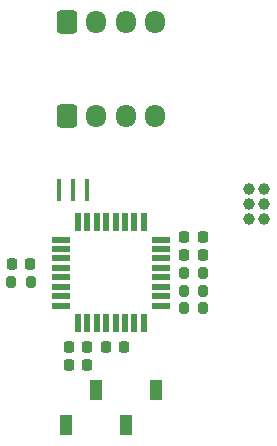
<source format=gbr>
%TF.GenerationSoftware,KiCad,Pcbnew,8.0.4*%
%TF.CreationDate,2024-08-09T19:06:39+02:00*%
%TF.ProjectId,Water Tank Monitor,57617465-7220-4546-916e-6b204d6f6e69,rev?*%
%TF.SameCoordinates,Original*%
%TF.FileFunction,Soldermask,Top*%
%TF.FilePolarity,Negative*%
%FSLAX46Y46*%
G04 Gerber Fmt 4.6, Leading zero omitted, Abs format (unit mm)*
G04 Created by KiCad (PCBNEW 8.0.4) date 2024-08-09 19:06:39*
%MOMM*%
%LPD*%
G01*
G04 APERTURE LIST*
G04 Aperture macros list*
%AMRoundRect*
0 Rectangle with rounded corners*
0 $1 Rounding radius*
0 $2 $3 $4 $5 $6 $7 $8 $9 X,Y pos of 4 corners*
0 Add a 4 corners polygon primitive as box body*
4,1,4,$2,$3,$4,$5,$6,$7,$8,$9,$2,$3,0*
0 Add four circle primitives for the rounded corners*
1,1,$1+$1,$2,$3*
1,1,$1+$1,$4,$5*
1,1,$1+$1,$6,$7*
1,1,$1+$1,$8,$9*
0 Add four rect primitives between the rounded corners*
20,1,$1+$1,$2,$3,$4,$5,0*
20,1,$1+$1,$4,$5,$6,$7,0*
20,1,$1+$1,$6,$7,$8,$9,0*
20,1,$1+$1,$8,$9,$2,$3,0*%
G04 Aperture macros list end*
%ADD10C,1.000000*%
%ADD11RoundRect,0.200000X-0.200000X-0.275000X0.200000X-0.275000X0.200000X0.275000X-0.200000X0.275000X0*%
%ADD12RoundRect,0.250000X-0.600000X-0.725000X0.600000X-0.725000X0.600000X0.725000X-0.600000X0.725000X0*%
%ADD13O,1.700000X1.950000*%
%ADD14RoundRect,0.225000X-0.225000X-0.250000X0.225000X-0.250000X0.225000X0.250000X-0.225000X0.250000X0*%
%ADD15RoundRect,0.225000X0.225000X0.250000X-0.225000X0.250000X-0.225000X-0.250000X0.225000X-0.250000X0*%
%ADD16R,0.550000X1.600000*%
%ADD17R,1.600000X0.550000*%
%ADD18R,0.400000X1.900000*%
%ADD19R,1.020000X1.780000*%
%ADD20RoundRect,0.218750X0.218750X0.256250X-0.218750X0.256250X-0.218750X-0.256250X0.218750X-0.256250X0*%
%ADD21RoundRect,0.200000X0.200000X0.275000X-0.200000X0.275000X-0.200000X-0.275000X0.200000X-0.275000X0*%
G04 APERTURE END LIST*
D10*
%TO.C,J5*%
X151730000Y-74925000D03*
X153000000Y-74925000D03*
X151730000Y-76195000D03*
X153000000Y-76195000D03*
X151730000Y-77465000D03*
X153000000Y-77465000D03*
%TD*%
D11*
%TO.C,R3*%
X146175000Y-85000000D03*
X147825000Y-85000000D03*
%TD*%
D12*
%TO.C,J1*%
X136250000Y-68725000D03*
D13*
X138750000Y-68725000D03*
X141250000Y-68725000D03*
X143750000Y-68725000D03*
%TD*%
D14*
%TO.C,C3*%
X136450000Y-89800000D03*
X138000000Y-89800000D03*
%TD*%
D11*
%TO.C,R1*%
X131575000Y-82750000D03*
X133225000Y-82750000D03*
%TD*%
D15*
%TO.C,C4*%
X147775000Y-79000000D03*
X146225000Y-79000000D03*
%TD*%
D12*
%TO.C,J3*%
X136250000Y-60725000D03*
D13*
X138750000Y-60725000D03*
X141250000Y-60725000D03*
X143750000Y-60725000D03*
%TD*%
D11*
%TO.C,R4*%
X146175000Y-83500000D03*
X147825000Y-83500000D03*
%TD*%
D14*
%TO.C,C1*%
X139575000Y-88250000D03*
X141125000Y-88250000D03*
%TD*%
D16*
%TO.C,U1*%
X142800000Y-77725000D03*
X142000000Y-77725000D03*
X141200000Y-77725000D03*
X140400000Y-77725000D03*
X139600000Y-77725000D03*
X138800000Y-77725000D03*
X138000000Y-77725000D03*
X137200000Y-77725000D03*
D17*
X135750000Y-79175000D03*
X135750000Y-79975000D03*
X135750000Y-80775000D03*
X135750000Y-81575000D03*
X135750000Y-82375000D03*
X135750000Y-83175000D03*
X135750000Y-83975000D03*
X135750000Y-84775000D03*
D16*
X137200000Y-86225000D03*
X138000000Y-86225000D03*
X138800000Y-86225000D03*
X139600000Y-86225000D03*
X140400000Y-86225000D03*
X141200000Y-86225000D03*
X142000000Y-86225000D03*
X142800000Y-86225000D03*
D17*
X144250000Y-84775000D03*
X144250000Y-83975000D03*
X144250000Y-83175000D03*
X144250000Y-82375000D03*
X144250000Y-81575000D03*
X144250000Y-80775000D03*
X144250000Y-79975000D03*
X144250000Y-79175000D03*
%TD*%
D18*
%TO.C,Y1*%
X135600000Y-75000000D03*
X136800000Y-75000000D03*
X138000000Y-75000000D03*
%TD*%
D19*
%TO.C,J4*%
X136190000Y-94865000D03*
X138730000Y-91885000D03*
X141270000Y-94865000D03*
X143810000Y-91885000D03*
%TD*%
D20*
%TO.C,D2*%
X133187500Y-81275000D03*
X131612500Y-81275000D03*
%TD*%
D14*
%TO.C,C5*%
X146225000Y-80500000D03*
X147775000Y-80500000D03*
%TD*%
D21*
%TO.C,R2*%
X147825000Y-82000000D03*
X146175000Y-82000000D03*
%TD*%
D14*
%TO.C,C2*%
X136450000Y-88250000D03*
X138000000Y-88250000D03*
%TD*%
M02*

</source>
